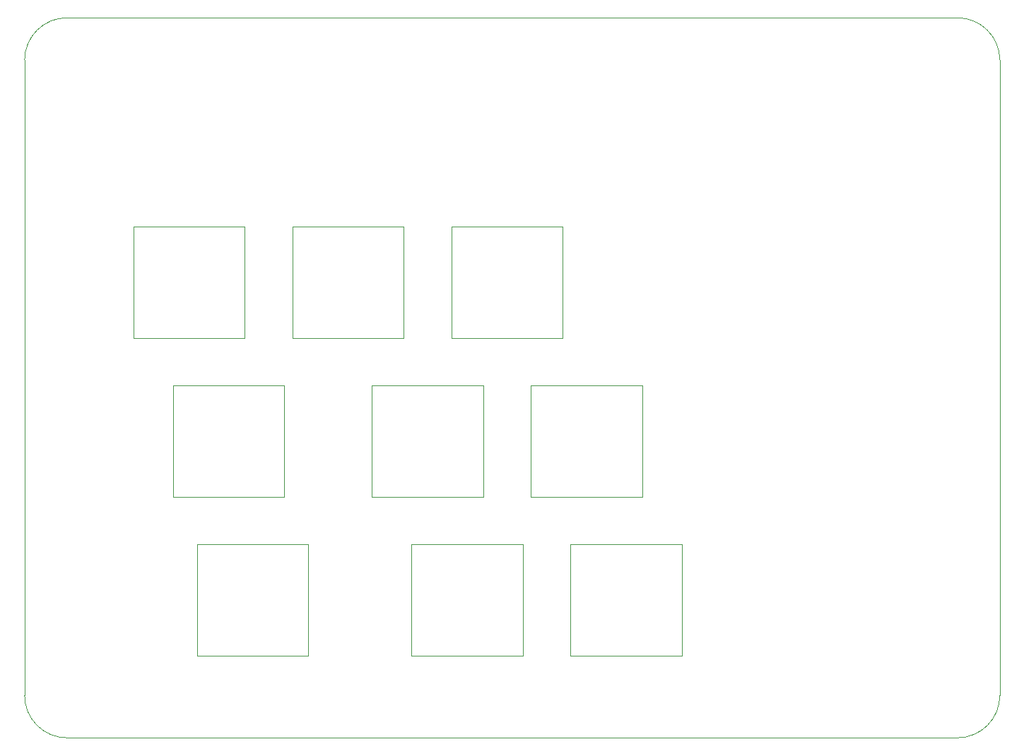
<source format=gbr>
%TF.GenerationSoftware,KiCad,Pcbnew,(5.1.5)-3*%
%TF.CreationDate,2021-02-26T11:52:20+01:00*%
%TF.ProjectId,poly_kb,706f6c79-5f6b-4622-9e6b-696361645f70,rev?*%
%TF.SameCoordinates,Original*%
%TF.FileFunction,Profile,NP*%
%FSLAX46Y46*%
G04 Gerber Fmt 4.6, Leading zero omitted, Abs format (unit mm)*
G04 Created by KiCad (PCBNEW (5.1.5)-3) date 2021-02-26 11:52:20*
%MOMM*%
%LPD*%
G04 APERTURE LIST*
%TA.AperFunction,Profile*%
%ADD10C,0.050000*%
%TD*%
%TA.AperFunction,Profile*%
%ADD11C,0.100000*%
%TD*%
G04 APERTURE END LIST*
D10*
X27940000Y-125730000D02*
X27940000Y-49530000D01*
X139700000Y-130810000D02*
X33020000Y-130810000D01*
X144780000Y-49530000D02*
X144780000Y-125730000D01*
X33020000Y-44450000D02*
X139700000Y-44450000D01*
X139700000Y-44450000D02*
G75*
G02X144780000Y-49530000I0J-5080000D01*
G01*
X27940000Y-49530000D02*
G75*
G02X33020000Y-44450000I5080000J0D01*
G01*
X33020000Y-130810000D02*
G75*
G02X27940000Y-125730000I0J5080000D01*
G01*
X144780000Y-125730000D02*
G75*
G02X139700000Y-130810000I-5080000J0D01*
G01*
D11*
X73342500Y-82867500D02*
X60007500Y-82867500D01*
X60007500Y-82867500D02*
X60007500Y-69532500D01*
X60007500Y-69532500D02*
X73342500Y-69532500D01*
X73342500Y-69532500D02*
X73342500Y-82867500D01*
X59055000Y-101917500D02*
X45720000Y-101917500D01*
X45720000Y-101917500D02*
X45720000Y-88582500D01*
X45720000Y-88582500D02*
X59055000Y-88582500D01*
X59055000Y-88582500D02*
X59055000Y-101917500D01*
X61912500Y-120967500D02*
X48577500Y-120967500D01*
X48577500Y-120967500D02*
X48577500Y-107632500D01*
X48577500Y-107632500D02*
X61912500Y-107632500D01*
X61912500Y-107632500D02*
X61912500Y-120967500D01*
X106680000Y-120967500D02*
X93345000Y-120967500D01*
X93345000Y-120967500D02*
X93345000Y-107632500D01*
X93345000Y-107632500D02*
X106680000Y-107632500D01*
X106680000Y-107632500D02*
X106680000Y-120967500D01*
X87630000Y-120967500D02*
X74295000Y-120967500D01*
X74295000Y-120967500D02*
X74295000Y-107632500D01*
X74295000Y-107632500D02*
X87630000Y-107632500D01*
X87630000Y-107632500D02*
X87630000Y-120967500D01*
X101917500Y-101917500D02*
X88582500Y-101917500D01*
X88582500Y-101917500D02*
X88582500Y-88582500D01*
X88582500Y-88582500D02*
X101917500Y-88582500D01*
X101917500Y-88582500D02*
X101917500Y-101917500D01*
X82867500Y-101917500D02*
X69532500Y-101917500D01*
X69532500Y-101917500D02*
X69532500Y-88582500D01*
X69532500Y-88582500D02*
X82867500Y-88582500D01*
X82867500Y-88582500D02*
X82867500Y-101917500D01*
X92392500Y-82867500D02*
X79057500Y-82867500D01*
X79057500Y-82867500D02*
X79057500Y-69532500D01*
X79057500Y-69532500D02*
X92392500Y-69532500D01*
X92392500Y-69532500D02*
X92392500Y-82867500D01*
X54292500Y-82867500D02*
X40957500Y-82867500D01*
X40957500Y-82867500D02*
X40957500Y-69532500D01*
X40957500Y-69532500D02*
X54292500Y-69532500D01*
X54292500Y-69532500D02*
X54292500Y-82867500D01*
M02*

</source>
